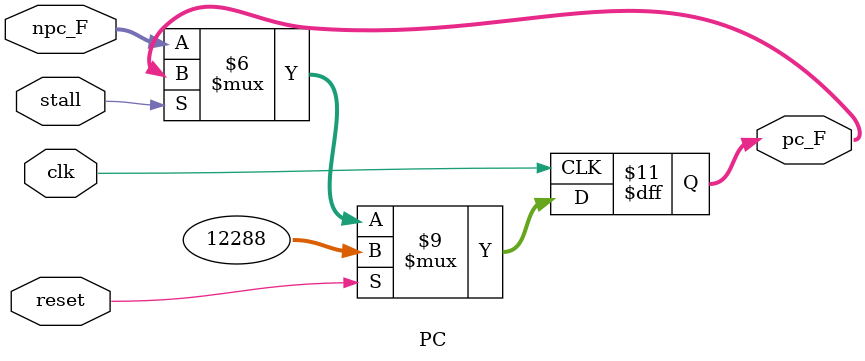
<source format=v>
`timescale 1ns / 1ps

module PC(
    input clk,
    input reset,
    input stall,
    input [31:0] npc_F,
    output reg [31:0] pc_F
    );
	
	initial begin
		pc_F=32'h3000;
	end
	
	always @(posedge clk) begin
		if(reset)
			pc_F<=32'h3000;
		else if(!stall)
			pc_F<=npc_F;
		else if(stall)
			pc_F<=pc_F;
	end

endmodule

</source>
